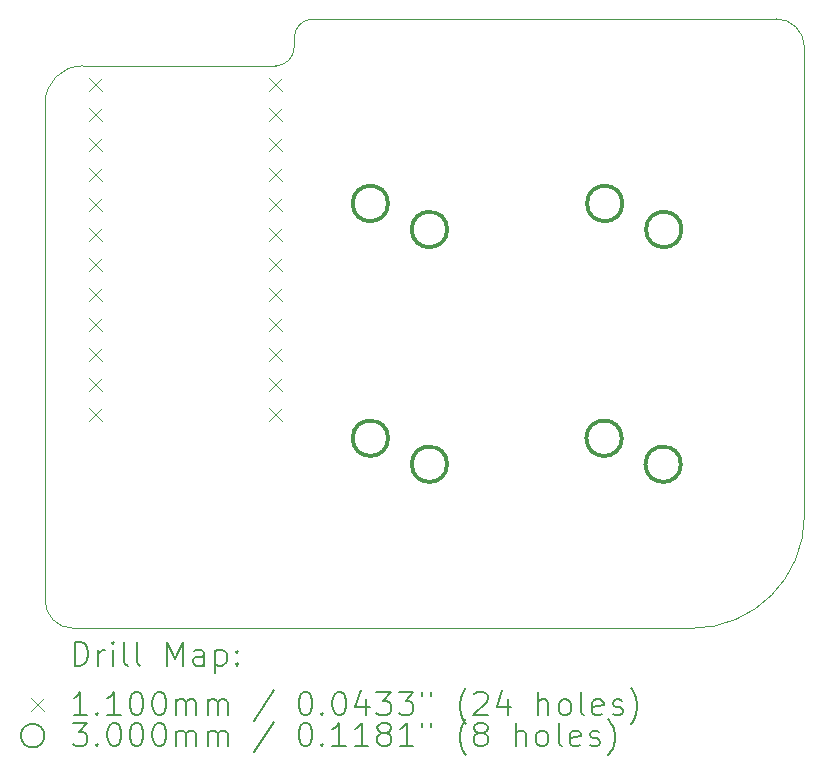
<source format=gbr>
%FSLAX45Y45*%
G04 Gerber Fmt 4.5, Leading zero omitted, Abs format (unit mm)*
G04 Created by KiCad (PCBNEW (6.0.5)) date 2022-09-29 20:04:49*
%MOMM*%
%LPD*%
G01*
G04 APERTURE LIST*
%TA.AperFunction,Profile*%
%ADD10C,0.100000*%
%TD*%
%ADD11C,0.200000*%
%ADD12C,0.110000*%
%ADD13C,0.300000*%
G04 APERTURE END LIST*
D10*
X16113125Y-10874375D02*
X16113125Y-6905625D01*
X9921875Y-11826875D02*
X15160625Y-11826875D01*
X9683750Y-11588750D02*
X9683750Y-7381875D01*
X11952749Y-6667499D02*
G75*
G03*
X11793999Y-6826250I1J-158751D01*
G01*
X11635249Y-7064375D02*
X10001250Y-7064375D01*
X16113130Y-6905625D02*
G75*
G03*
X15875000Y-6667500I-238130J-5D01*
G01*
X11952749Y-6667500D02*
X15875000Y-6667500D01*
X11635249Y-7064379D02*
G75*
G03*
X11793999Y-6905625I-9J158759D01*
G01*
X11793999Y-6905625D02*
X11793999Y-6826250D01*
X15160625Y-11826875D02*
G75*
G03*
X16113125Y-10874375I0J952500D01*
G01*
X10001250Y-7064375D02*
G75*
G03*
X9683750Y-7381875I0J-317500D01*
G01*
X9683755Y-11588750D02*
G75*
G03*
X9921875Y-11826875I238125J0D01*
G01*
D11*
D12*
X10057375Y-7168125D02*
X10167375Y-7278125D01*
X10167375Y-7168125D02*
X10057375Y-7278125D01*
X10057375Y-7422125D02*
X10167375Y-7532125D01*
X10167375Y-7422125D02*
X10057375Y-7532125D01*
X10057375Y-7676125D02*
X10167375Y-7786125D01*
X10167375Y-7676125D02*
X10057375Y-7786125D01*
X10057375Y-7930125D02*
X10167375Y-8040125D01*
X10167375Y-7930125D02*
X10057375Y-8040125D01*
X10057375Y-8184125D02*
X10167375Y-8294125D01*
X10167375Y-8184125D02*
X10057375Y-8294125D01*
X10057375Y-8438125D02*
X10167375Y-8548125D01*
X10167375Y-8438125D02*
X10057375Y-8548125D01*
X10057375Y-8692125D02*
X10167375Y-8802125D01*
X10167375Y-8692125D02*
X10057375Y-8802125D01*
X10057375Y-8946125D02*
X10167375Y-9056125D01*
X10167375Y-8946125D02*
X10057375Y-9056125D01*
X10057375Y-9200125D02*
X10167375Y-9310125D01*
X10167375Y-9200125D02*
X10057375Y-9310125D01*
X10057375Y-9454125D02*
X10167375Y-9564125D01*
X10167375Y-9454125D02*
X10057375Y-9564125D01*
X10057375Y-9708125D02*
X10167375Y-9818125D01*
X10167375Y-9708125D02*
X10057375Y-9818125D01*
X10057375Y-9962125D02*
X10167375Y-10072125D01*
X10167375Y-9962125D02*
X10057375Y-10072125D01*
X11581375Y-7168125D02*
X11691375Y-7278125D01*
X11691375Y-7168125D02*
X11581375Y-7278125D01*
X11581375Y-7422125D02*
X11691375Y-7532125D01*
X11691375Y-7422125D02*
X11581375Y-7532125D01*
X11581375Y-7676125D02*
X11691375Y-7786125D01*
X11691375Y-7676125D02*
X11581375Y-7786125D01*
X11581375Y-7930125D02*
X11691375Y-8040125D01*
X11691375Y-7930125D02*
X11581375Y-8040125D01*
X11581375Y-8184125D02*
X11691375Y-8294125D01*
X11691375Y-8184125D02*
X11581375Y-8294125D01*
X11581375Y-8438125D02*
X11691375Y-8548125D01*
X11691375Y-8438125D02*
X11581375Y-8548125D01*
X11581375Y-8692125D02*
X11691375Y-8802125D01*
X11691375Y-8692125D02*
X11581375Y-8802125D01*
X11581375Y-8946125D02*
X11691375Y-9056125D01*
X11691375Y-8946125D02*
X11581375Y-9056125D01*
X11581375Y-9200125D02*
X11691375Y-9310125D01*
X11691375Y-9200125D02*
X11581375Y-9310125D01*
X11581375Y-9454125D02*
X11691375Y-9564125D01*
X11691375Y-9454125D02*
X11581375Y-9564125D01*
X11581375Y-9708125D02*
X11691375Y-9818125D01*
X11691375Y-9708125D02*
X11581375Y-9818125D01*
X11581375Y-9962125D02*
X11691375Y-10072125D01*
X11691375Y-9962125D02*
X11581375Y-10072125D01*
D13*
X12588125Y-8230000D02*
G75*
G03*
X12588125Y-8230000I-150000J0D01*
G01*
X12588125Y-10217500D02*
G75*
G03*
X12588125Y-10217500I-150000J0D01*
G01*
X13088125Y-8450000D02*
G75*
G03*
X13088125Y-8450000I-150000J0D01*
G01*
X13088125Y-10437500D02*
G75*
G03*
X13088125Y-10437500I-150000J0D01*
G01*
X14566875Y-10217500D02*
G75*
G03*
X14566875Y-10217500I-150000J0D01*
G01*
X14572500Y-8230000D02*
G75*
G03*
X14572500Y-8230000I-150000J0D01*
G01*
X15066875Y-10437500D02*
G75*
G03*
X15066875Y-10437500I-150000J0D01*
G01*
X15072500Y-8450000D02*
G75*
G03*
X15072500Y-8450000I-150000J0D01*
G01*
D11*
X9936369Y-12142351D02*
X9936369Y-11942351D01*
X9983988Y-11942351D01*
X10012560Y-11951875D01*
X10031607Y-11970923D01*
X10041131Y-11989970D01*
X10050655Y-12028065D01*
X10050655Y-12056637D01*
X10041131Y-12094732D01*
X10031607Y-12113780D01*
X10012560Y-12132827D01*
X9983988Y-12142351D01*
X9936369Y-12142351D01*
X10136369Y-12142351D02*
X10136369Y-12009018D01*
X10136369Y-12047113D02*
X10145893Y-12028065D01*
X10155417Y-12018542D01*
X10174464Y-12009018D01*
X10193512Y-12009018D01*
X10260179Y-12142351D02*
X10260179Y-12009018D01*
X10260179Y-11942351D02*
X10250655Y-11951875D01*
X10260179Y-11961399D01*
X10269702Y-11951875D01*
X10260179Y-11942351D01*
X10260179Y-11961399D01*
X10383988Y-12142351D02*
X10364940Y-12132827D01*
X10355417Y-12113780D01*
X10355417Y-11942351D01*
X10488750Y-12142351D02*
X10469702Y-12132827D01*
X10460179Y-12113780D01*
X10460179Y-11942351D01*
X10717321Y-12142351D02*
X10717321Y-11942351D01*
X10783988Y-12085208D01*
X10850655Y-11942351D01*
X10850655Y-12142351D01*
X11031607Y-12142351D02*
X11031607Y-12037589D01*
X11022083Y-12018542D01*
X11003036Y-12009018D01*
X10964940Y-12009018D01*
X10945893Y-12018542D01*
X11031607Y-12132827D02*
X11012560Y-12142351D01*
X10964940Y-12142351D01*
X10945893Y-12132827D01*
X10936369Y-12113780D01*
X10936369Y-12094732D01*
X10945893Y-12075684D01*
X10964940Y-12066161D01*
X11012560Y-12066161D01*
X11031607Y-12056637D01*
X11126845Y-12009018D02*
X11126845Y-12209018D01*
X11126845Y-12018542D02*
X11145893Y-12009018D01*
X11183988Y-12009018D01*
X11203036Y-12018542D01*
X11212559Y-12028065D01*
X11222083Y-12047113D01*
X11222083Y-12104256D01*
X11212559Y-12123303D01*
X11203036Y-12132827D01*
X11183988Y-12142351D01*
X11145893Y-12142351D01*
X11126845Y-12132827D01*
X11307798Y-12123303D02*
X11317321Y-12132827D01*
X11307798Y-12142351D01*
X11298274Y-12132827D01*
X11307798Y-12123303D01*
X11307798Y-12142351D01*
X11307798Y-12018542D02*
X11317321Y-12028065D01*
X11307798Y-12037589D01*
X11298274Y-12028065D01*
X11307798Y-12018542D01*
X11307798Y-12037589D01*
D12*
X9568750Y-12416875D02*
X9678750Y-12526875D01*
X9678750Y-12416875D02*
X9568750Y-12526875D01*
D11*
X10041131Y-12562351D02*
X9926845Y-12562351D01*
X9983988Y-12562351D02*
X9983988Y-12362351D01*
X9964940Y-12390923D01*
X9945893Y-12409970D01*
X9926845Y-12419494D01*
X10126845Y-12543303D02*
X10136369Y-12552827D01*
X10126845Y-12562351D01*
X10117321Y-12552827D01*
X10126845Y-12543303D01*
X10126845Y-12562351D01*
X10326845Y-12562351D02*
X10212560Y-12562351D01*
X10269702Y-12562351D02*
X10269702Y-12362351D01*
X10250655Y-12390923D01*
X10231607Y-12409970D01*
X10212560Y-12419494D01*
X10450655Y-12362351D02*
X10469702Y-12362351D01*
X10488750Y-12371875D01*
X10498274Y-12381399D01*
X10507798Y-12400446D01*
X10517321Y-12438542D01*
X10517321Y-12486161D01*
X10507798Y-12524256D01*
X10498274Y-12543303D01*
X10488750Y-12552827D01*
X10469702Y-12562351D01*
X10450655Y-12562351D01*
X10431607Y-12552827D01*
X10422083Y-12543303D01*
X10412560Y-12524256D01*
X10403036Y-12486161D01*
X10403036Y-12438542D01*
X10412560Y-12400446D01*
X10422083Y-12381399D01*
X10431607Y-12371875D01*
X10450655Y-12362351D01*
X10641131Y-12362351D02*
X10660179Y-12362351D01*
X10679226Y-12371875D01*
X10688750Y-12381399D01*
X10698274Y-12400446D01*
X10707798Y-12438542D01*
X10707798Y-12486161D01*
X10698274Y-12524256D01*
X10688750Y-12543303D01*
X10679226Y-12552827D01*
X10660179Y-12562351D01*
X10641131Y-12562351D01*
X10622083Y-12552827D01*
X10612560Y-12543303D01*
X10603036Y-12524256D01*
X10593512Y-12486161D01*
X10593512Y-12438542D01*
X10603036Y-12400446D01*
X10612560Y-12381399D01*
X10622083Y-12371875D01*
X10641131Y-12362351D01*
X10793512Y-12562351D02*
X10793512Y-12429018D01*
X10793512Y-12448065D02*
X10803036Y-12438542D01*
X10822083Y-12429018D01*
X10850655Y-12429018D01*
X10869702Y-12438542D01*
X10879226Y-12457589D01*
X10879226Y-12562351D01*
X10879226Y-12457589D02*
X10888750Y-12438542D01*
X10907798Y-12429018D01*
X10936369Y-12429018D01*
X10955417Y-12438542D01*
X10964940Y-12457589D01*
X10964940Y-12562351D01*
X11060179Y-12562351D02*
X11060179Y-12429018D01*
X11060179Y-12448065D02*
X11069702Y-12438542D01*
X11088750Y-12429018D01*
X11117321Y-12429018D01*
X11136369Y-12438542D01*
X11145893Y-12457589D01*
X11145893Y-12562351D01*
X11145893Y-12457589D02*
X11155417Y-12438542D01*
X11174464Y-12429018D01*
X11203036Y-12429018D01*
X11222083Y-12438542D01*
X11231607Y-12457589D01*
X11231607Y-12562351D01*
X11622083Y-12352827D02*
X11450655Y-12609970D01*
X11879226Y-12362351D02*
X11898274Y-12362351D01*
X11917321Y-12371875D01*
X11926845Y-12381399D01*
X11936369Y-12400446D01*
X11945893Y-12438542D01*
X11945893Y-12486161D01*
X11936369Y-12524256D01*
X11926845Y-12543303D01*
X11917321Y-12552827D01*
X11898274Y-12562351D01*
X11879226Y-12562351D01*
X11860178Y-12552827D01*
X11850655Y-12543303D01*
X11841131Y-12524256D01*
X11831607Y-12486161D01*
X11831607Y-12438542D01*
X11841131Y-12400446D01*
X11850655Y-12381399D01*
X11860178Y-12371875D01*
X11879226Y-12362351D01*
X12031607Y-12543303D02*
X12041131Y-12552827D01*
X12031607Y-12562351D01*
X12022083Y-12552827D01*
X12031607Y-12543303D01*
X12031607Y-12562351D01*
X12164940Y-12362351D02*
X12183988Y-12362351D01*
X12203036Y-12371875D01*
X12212559Y-12381399D01*
X12222083Y-12400446D01*
X12231607Y-12438542D01*
X12231607Y-12486161D01*
X12222083Y-12524256D01*
X12212559Y-12543303D01*
X12203036Y-12552827D01*
X12183988Y-12562351D01*
X12164940Y-12562351D01*
X12145893Y-12552827D01*
X12136369Y-12543303D01*
X12126845Y-12524256D01*
X12117321Y-12486161D01*
X12117321Y-12438542D01*
X12126845Y-12400446D01*
X12136369Y-12381399D01*
X12145893Y-12371875D01*
X12164940Y-12362351D01*
X12403036Y-12429018D02*
X12403036Y-12562351D01*
X12355417Y-12352827D02*
X12307798Y-12495684D01*
X12431607Y-12495684D01*
X12488750Y-12362351D02*
X12612559Y-12362351D01*
X12545893Y-12438542D01*
X12574464Y-12438542D01*
X12593512Y-12448065D01*
X12603036Y-12457589D01*
X12612559Y-12476637D01*
X12612559Y-12524256D01*
X12603036Y-12543303D01*
X12593512Y-12552827D01*
X12574464Y-12562351D01*
X12517321Y-12562351D01*
X12498274Y-12552827D01*
X12488750Y-12543303D01*
X12679226Y-12362351D02*
X12803036Y-12362351D01*
X12736369Y-12438542D01*
X12764940Y-12438542D01*
X12783988Y-12448065D01*
X12793512Y-12457589D01*
X12803036Y-12476637D01*
X12803036Y-12524256D01*
X12793512Y-12543303D01*
X12783988Y-12552827D01*
X12764940Y-12562351D01*
X12707798Y-12562351D01*
X12688750Y-12552827D01*
X12679226Y-12543303D01*
X12879226Y-12362351D02*
X12879226Y-12400446D01*
X12955417Y-12362351D02*
X12955417Y-12400446D01*
X13250655Y-12638542D02*
X13241131Y-12629018D01*
X13222083Y-12600446D01*
X13212559Y-12581399D01*
X13203036Y-12552827D01*
X13193512Y-12505208D01*
X13193512Y-12467113D01*
X13203036Y-12419494D01*
X13212559Y-12390923D01*
X13222083Y-12371875D01*
X13241131Y-12343303D01*
X13250655Y-12333780D01*
X13317321Y-12381399D02*
X13326845Y-12371875D01*
X13345893Y-12362351D01*
X13393512Y-12362351D01*
X13412559Y-12371875D01*
X13422083Y-12381399D01*
X13431607Y-12400446D01*
X13431607Y-12419494D01*
X13422083Y-12448065D01*
X13307798Y-12562351D01*
X13431607Y-12562351D01*
X13603036Y-12429018D02*
X13603036Y-12562351D01*
X13555417Y-12352827D02*
X13507798Y-12495684D01*
X13631607Y-12495684D01*
X13860178Y-12562351D02*
X13860178Y-12362351D01*
X13945893Y-12562351D02*
X13945893Y-12457589D01*
X13936369Y-12438542D01*
X13917321Y-12429018D01*
X13888750Y-12429018D01*
X13869702Y-12438542D01*
X13860178Y-12448065D01*
X14069702Y-12562351D02*
X14050655Y-12552827D01*
X14041131Y-12543303D01*
X14031607Y-12524256D01*
X14031607Y-12467113D01*
X14041131Y-12448065D01*
X14050655Y-12438542D01*
X14069702Y-12429018D01*
X14098274Y-12429018D01*
X14117321Y-12438542D01*
X14126845Y-12448065D01*
X14136369Y-12467113D01*
X14136369Y-12524256D01*
X14126845Y-12543303D01*
X14117321Y-12552827D01*
X14098274Y-12562351D01*
X14069702Y-12562351D01*
X14250655Y-12562351D02*
X14231607Y-12552827D01*
X14222083Y-12533780D01*
X14222083Y-12362351D01*
X14403036Y-12552827D02*
X14383988Y-12562351D01*
X14345893Y-12562351D01*
X14326845Y-12552827D01*
X14317321Y-12533780D01*
X14317321Y-12457589D01*
X14326845Y-12438542D01*
X14345893Y-12429018D01*
X14383988Y-12429018D01*
X14403036Y-12438542D01*
X14412559Y-12457589D01*
X14412559Y-12476637D01*
X14317321Y-12495684D01*
X14488750Y-12552827D02*
X14507798Y-12562351D01*
X14545893Y-12562351D01*
X14564940Y-12552827D01*
X14574464Y-12533780D01*
X14574464Y-12524256D01*
X14564940Y-12505208D01*
X14545893Y-12495684D01*
X14517321Y-12495684D01*
X14498274Y-12486161D01*
X14488750Y-12467113D01*
X14488750Y-12457589D01*
X14498274Y-12438542D01*
X14517321Y-12429018D01*
X14545893Y-12429018D01*
X14564940Y-12438542D01*
X14641131Y-12638542D02*
X14650655Y-12629018D01*
X14669702Y-12600446D01*
X14679226Y-12581399D01*
X14688750Y-12552827D01*
X14698274Y-12505208D01*
X14698274Y-12467113D01*
X14688750Y-12419494D01*
X14679226Y-12390923D01*
X14669702Y-12371875D01*
X14650655Y-12343303D01*
X14641131Y-12333780D01*
X9678750Y-12735875D02*
G75*
G03*
X9678750Y-12735875I-100000J0D01*
G01*
X9917321Y-12626351D02*
X10041131Y-12626351D01*
X9974464Y-12702542D01*
X10003036Y-12702542D01*
X10022083Y-12712065D01*
X10031607Y-12721589D01*
X10041131Y-12740637D01*
X10041131Y-12788256D01*
X10031607Y-12807303D01*
X10022083Y-12816827D01*
X10003036Y-12826351D01*
X9945893Y-12826351D01*
X9926845Y-12816827D01*
X9917321Y-12807303D01*
X10126845Y-12807303D02*
X10136369Y-12816827D01*
X10126845Y-12826351D01*
X10117321Y-12816827D01*
X10126845Y-12807303D01*
X10126845Y-12826351D01*
X10260179Y-12626351D02*
X10279226Y-12626351D01*
X10298274Y-12635875D01*
X10307798Y-12645399D01*
X10317321Y-12664446D01*
X10326845Y-12702542D01*
X10326845Y-12750161D01*
X10317321Y-12788256D01*
X10307798Y-12807303D01*
X10298274Y-12816827D01*
X10279226Y-12826351D01*
X10260179Y-12826351D01*
X10241131Y-12816827D01*
X10231607Y-12807303D01*
X10222083Y-12788256D01*
X10212560Y-12750161D01*
X10212560Y-12702542D01*
X10222083Y-12664446D01*
X10231607Y-12645399D01*
X10241131Y-12635875D01*
X10260179Y-12626351D01*
X10450655Y-12626351D02*
X10469702Y-12626351D01*
X10488750Y-12635875D01*
X10498274Y-12645399D01*
X10507798Y-12664446D01*
X10517321Y-12702542D01*
X10517321Y-12750161D01*
X10507798Y-12788256D01*
X10498274Y-12807303D01*
X10488750Y-12816827D01*
X10469702Y-12826351D01*
X10450655Y-12826351D01*
X10431607Y-12816827D01*
X10422083Y-12807303D01*
X10412560Y-12788256D01*
X10403036Y-12750161D01*
X10403036Y-12702542D01*
X10412560Y-12664446D01*
X10422083Y-12645399D01*
X10431607Y-12635875D01*
X10450655Y-12626351D01*
X10641131Y-12626351D02*
X10660179Y-12626351D01*
X10679226Y-12635875D01*
X10688750Y-12645399D01*
X10698274Y-12664446D01*
X10707798Y-12702542D01*
X10707798Y-12750161D01*
X10698274Y-12788256D01*
X10688750Y-12807303D01*
X10679226Y-12816827D01*
X10660179Y-12826351D01*
X10641131Y-12826351D01*
X10622083Y-12816827D01*
X10612560Y-12807303D01*
X10603036Y-12788256D01*
X10593512Y-12750161D01*
X10593512Y-12702542D01*
X10603036Y-12664446D01*
X10612560Y-12645399D01*
X10622083Y-12635875D01*
X10641131Y-12626351D01*
X10793512Y-12826351D02*
X10793512Y-12693018D01*
X10793512Y-12712065D02*
X10803036Y-12702542D01*
X10822083Y-12693018D01*
X10850655Y-12693018D01*
X10869702Y-12702542D01*
X10879226Y-12721589D01*
X10879226Y-12826351D01*
X10879226Y-12721589D02*
X10888750Y-12702542D01*
X10907798Y-12693018D01*
X10936369Y-12693018D01*
X10955417Y-12702542D01*
X10964940Y-12721589D01*
X10964940Y-12826351D01*
X11060179Y-12826351D02*
X11060179Y-12693018D01*
X11060179Y-12712065D02*
X11069702Y-12702542D01*
X11088750Y-12693018D01*
X11117321Y-12693018D01*
X11136369Y-12702542D01*
X11145893Y-12721589D01*
X11145893Y-12826351D01*
X11145893Y-12721589D02*
X11155417Y-12702542D01*
X11174464Y-12693018D01*
X11203036Y-12693018D01*
X11222083Y-12702542D01*
X11231607Y-12721589D01*
X11231607Y-12826351D01*
X11622083Y-12616827D02*
X11450655Y-12873970D01*
X11879226Y-12626351D02*
X11898274Y-12626351D01*
X11917321Y-12635875D01*
X11926845Y-12645399D01*
X11936369Y-12664446D01*
X11945893Y-12702542D01*
X11945893Y-12750161D01*
X11936369Y-12788256D01*
X11926845Y-12807303D01*
X11917321Y-12816827D01*
X11898274Y-12826351D01*
X11879226Y-12826351D01*
X11860178Y-12816827D01*
X11850655Y-12807303D01*
X11841131Y-12788256D01*
X11831607Y-12750161D01*
X11831607Y-12702542D01*
X11841131Y-12664446D01*
X11850655Y-12645399D01*
X11860178Y-12635875D01*
X11879226Y-12626351D01*
X12031607Y-12807303D02*
X12041131Y-12816827D01*
X12031607Y-12826351D01*
X12022083Y-12816827D01*
X12031607Y-12807303D01*
X12031607Y-12826351D01*
X12231607Y-12826351D02*
X12117321Y-12826351D01*
X12174464Y-12826351D02*
X12174464Y-12626351D01*
X12155417Y-12654923D01*
X12136369Y-12673970D01*
X12117321Y-12683494D01*
X12422083Y-12826351D02*
X12307798Y-12826351D01*
X12364940Y-12826351D02*
X12364940Y-12626351D01*
X12345893Y-12654923D01*
X12326845Y-12673970D01*
X12307798Y-12683494D01*
X12536369Y-12712065D02*
X12517321Y-12702542D01*
X12507798Y-12693018D01*
X12498274Y-12673970D01*
X12498274Y-12664446D01*
X12507798Y-12645399D01*
X12517321Y-12635875D01*
X12536369Y-12626351D01*
X12574464Y-12626351D01*
X12593512Y-12635875D01*
X12603036Y-12645399D01*
X12612559Y-12664446D01*
X12612559Y-12673970D01*
X12603036Y-12693018D01*
X12593512Y-12702542D01*
X12574464Y-12712065D01*
X12536369Y-12712065D01*
X12517321Y-12721589D01*
X12507798Y-12731113D01*
X12498274Y-12750161D01*
X12498274Y-12788256D01*
X12507798Y-12807303D01*
X12517321Y-12816827D01*
X12536369Y-12826351D01*
X12574464Y-12826351D01*
X12593512Y-12816827D01*
X12603036Y-12807303D01*
X12612559Y-12788256D01*
X12612559Y-12750161D01*
X12603036Y-12731113D01*
X12593512Y-12721589D01*
X12574464Y-12712065D01*
X12803036Y-12826351D02*
X12688750Y-12826351D01*
X12745893Y-12826351D02*
X12745893Y-12626351D01*
X12726845Y-12654923D01*
X12707798Y-12673970D01*
X12688750Y-12683494D01*
X12879226Y-12626351D02*
X12879226Y-12664446D01*
X12955417Y-12626351D02*
X12955417Y-12664446D01*
X13250655Y-12902542D02*
X13241131Y-12893018D01*
X13222083Y-12864446D01*
X13212559Y-12845399D01*
X13203036Y-12816827D01*
X13193512Y-12769208D01*
X13193512Y-12731113D01*
X13203036Y-12683494D01*
X13212559Y-12654923D01*
X13222083Y-12635875D01*
X13241131Y-12607303D01*
X13250655Y-12597780D01*
X13355417Y-12712065D02*
X13336369Y-12702542D01*
X13326845Y-12693018D01*
X13317321Y-12673970D01*
X13317321Y-12664446D01*
X13326845Y-12645399D01*
X13336369Y-12635875D01*
X13355417Y-12626351D01*
X13393512Y-12626351D01*
X13412559Y-12635875D01*
X13422083Y-12645399D01*
X13431607Y-12664446D01*
X13431607Y-12673970D01*
X13422083Y-12693018D01*
X13412559Y-12702542D01*
X13393512Y-12712065D01*
X13355417Y-12712065D01*
X13336369Y-12721589D01*
X13326845Y-12731113D01*
X13317321Y-12750161D01*
X13317321Y-12788256D01*
X13326845Y-12807303D01*
X13336369Y-12816827D01*
X13355417Y-12826351D01*
X13393512Y-12826351D01*
X13412559Y-12816827D01*
X13422083Y-12807303D01*
X13431607Y-12788256D01*
X13431607Y-12750161D01*
X13422083Y-12731113D01*
X13412559Y-12721589D01*
X13393512Y-12712065D01*
X13669702Y-12826351D02*
X13669702Y-12626351D01*
X13755417Y-12826351D02*
X13755417Y-12721589D01*
X13745893Y-12702542D01*
X13726845Y-12693018D01*
X13698274Y-12693018D01*
X13679226Y-12702542D01*
X13669702Y-12712065D01*
X13879226Y-12826351D02*
X13860178Y-12816827D01*
X13850655Y-12807303D01*
X13841131Y-12788256D01*
X13841131Y-12731113D01*
X13850655Y-12712065D01*
X13860178Y-12702542D01*
X13879226Y-12693018D01*
X13907798Y-12693018D01*
X13926845Y-12702542D01*
X13936369Y-12712065D01*
X13945893Y-12731113D01*
X13945893Y-12788256D01*
X13936369Y-12807303D01*
X13926845Y-12816827D01*
X13907798Y-12826351D01*
X13879226Y-12826351D01*
X14060178Y-12826351D02*
X14041131Y-12816827D01*
X14031607Y-12797780D01*
X14031607Y-12626351D01*
X14212559Y-12816827D02*
X14193512Y-12826351D01*
X14155417Y-12826351D01*
X14136369Y-12816827D01*
X14126845Y-12797780D01*
X14126845Y-12721589D01*
X14136369Y-12702542D01*
X14155417Y-12693018D01*
X14193512Y-12693018D01*
X14212559Y-12702542D01*
X14222083Y-12721589D01*
X14222083Y-12740637D01*
X14126845Y-12759684D01*
X14298274Y-12816827D02*
X14317321Y-12826351D01*
X14355417Y-12826351D01*
X14374464Y-12816827D01*
X14383988Y-12797780D01*
X14383988Y-12788256D01*
X14374464Y-12769208D01*
X14355417Y-12759684D01*
X14326845Y-12759684D01*
X14307798Y-12750161D01*
X14298274Y-12731113D01*
X14298274Y-12721589D01*
X14307798Y-12702542D01*
X14326845Y-12693018D01*
X14355417Y-12693018D01*
X14374464Y-12702542D01*
X14450655Y-12902542D02*
X14460178Y-12893018D01*
X14479226Y-12864446D01*
X14488750Y-12845399D01*
X14498274Y-12816827D01*
X14507798Y-12769208D01*
X14507798Y-12731113D01*
X14498274Y-12683494D01*
X14488750Y-12654923D01*
X14479226Y-12635875D01*
X14460178Y-12607303D01*
X14450655Y-12597780D01*
M02*

</source>
